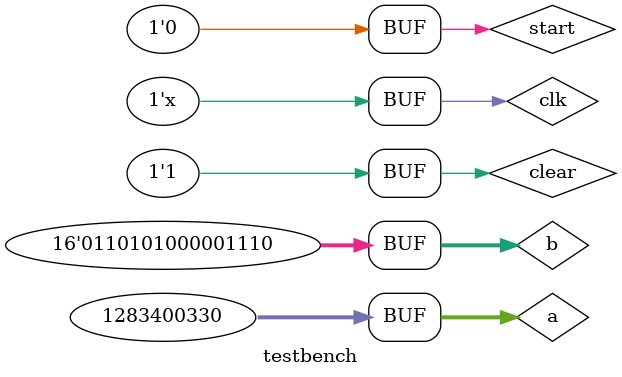
<source format=v>
`timescale 1ns / 1ps


module testbench;
	reg clk;
	reg clear = 0;
	reg start;
	reg [31:0] a;
	reg [15:0] b;

	wire [31:0] q;
	wire [15:0] r;
	wire busy;
	wire ready;
	wire [4:0]counter;
	
	divider divider_tb (
		.clk(clk), 
		.clear(clear), 
		.start(start), 
		.a(a), 
		.b(b), 
		.q(q), 
		.r(r), 
		.busy(busy), 
		.ready(ready),
		.counter(counter)
    );
    
    initial begin
		clk = 1;
		clear = 0;
		start = 0;
		a = 32'h4c7f228a;
		b = 16'h6a0e;
		#5 clear = 1;
		start = 1;
		#10 start = 0;
	end
	always #5 clk <= !clk;

endmodule

</source>
